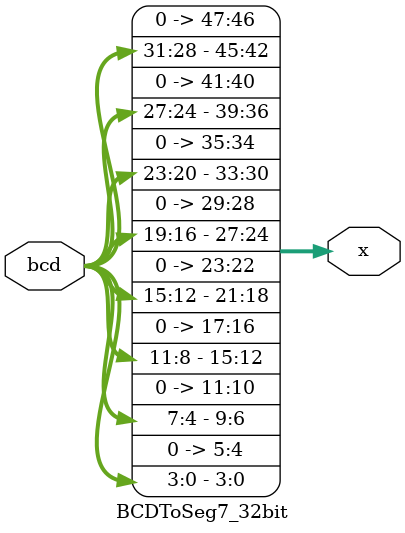
<source format=v>
`timescale 1ns / 1ps


module BCDToSeg7_32bit(
    input [31:0]bcd,
    output reg [47:0]x
    );
    always @* begin
        x[47:0] = 48'b0;
        x[3:0] = bcd[3:0];
        x[9:6] = bcd[7:4];
        x[15:12] = bcd[11:8];
        x[21:18] = bcd[15:12];
        x[27:24] = bcd[19:16];
        x[33:30] = bcd[23:20];
        x[39:36] = bcd[27:24];
        x[45:42] = bcd[31:28];
    end
endmodule

</source>
